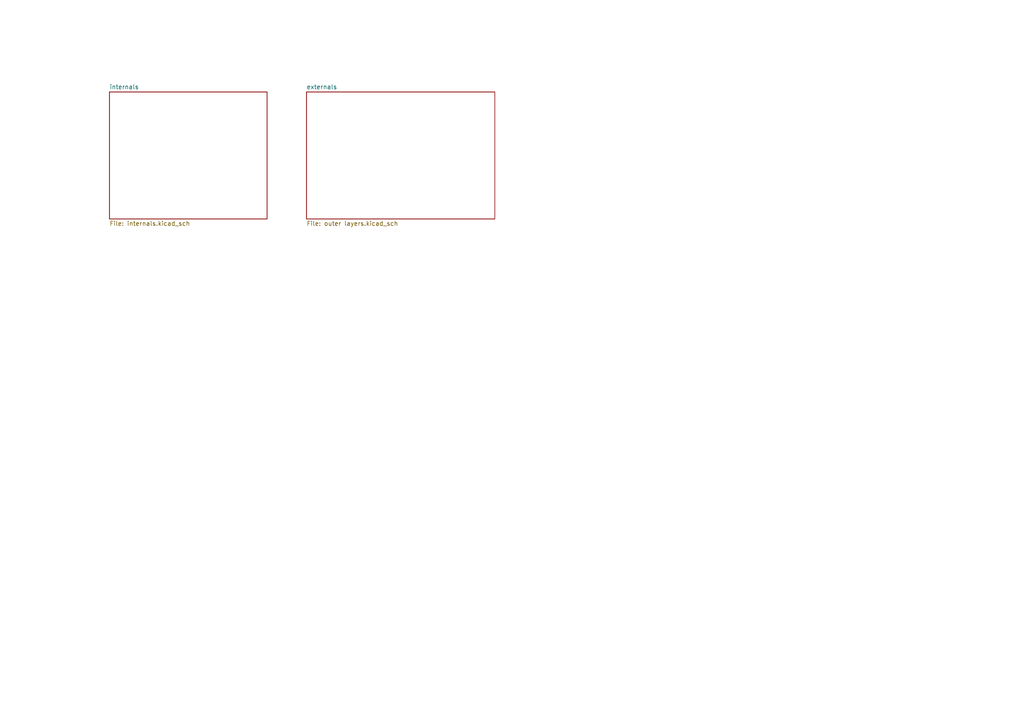
<source format=kicad_sch>
(kicad_sch (version 20211123) (generator eeschema)
  (paper "A4")
  (lib_symbols)
  (sheet (at 88.9 26.67) (size 54.61 36.83) (stroke (width 0.1524))
    (property "Sheet name" "externals" (at 88.9 25.9584 0) (effects (justify left bottom)))
    (property "Sheet file" "outer layers.kicad_sch" (at 88.9 64.0846 0) (effects (justify left top)))
  )
  (sheet (at 31.75 26.67) (size 45.72 36.83) (stroke (width 0.1524))
    (property "Sheet name" "internals" (at 31.75 25.9584 0) (effects (justify left bottom)))
    (property "Sheet file" "internals.kicad_sch" (at 31.75 64.0846 0) (effects (justify left top)))
  )
)
</source>
